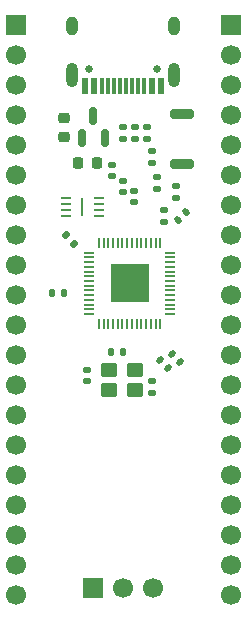
<source format=gbr>
%TF.GenerationSoftware,KiCad,Pcbnew,9.0.6+dfsg-1*%
%TF.CreationDate,2025-11-20T13:37:38+09:00*%
%TF.ProjectId,hiraboard,68697261-626f-4617-9264-2e6b69636164,rev?*%
%TF.SameCoordinates,Original*%
%TF.FileFunction,Soldermask,Top*%
%TF.FilePolarity,Negative*%
%FSLAX46Y46*%
G04 Gerber Fmt 4.6, Leading zero omitted, Abs format (unit mm)*
G04 Created by KiCad (PCBNEW 9.0.6+dfsg-1) date 2025-11-20 13:37:38*
%MOMM*%
%LPD*%
G01*
G04 APERTURE LIST*
G04 Aperture macros list*
%AMRoundRect*
0 Rectangle with rounded corners*
0 $1 Rounding radius*
0 $2 $3 $4 $5 $6 $7 $8 $9 X,Y pos of 4 corners*
0 Add a 4 corners polygon primitive as box body*
4,1,4,$2,$3,$4,$5,$6,$7,$8,$9,$2,$3,0*
0 Add four circle primitives for the rounded corners*
1,1,$1+$1,$2,$3*
1,1,$1+$1,$4,$5*
1,1,$1+$1,$6,$7*
1,1,$1+$1,$8,$9*
0 Add four rect primitives between the rounded corners*
20,1,$1+$1,$2,$3,$4,$5,0*
20,1,$1+$1,$4,$5,$6,$7,0*
20,1,$1+$1,$6,$7,$8,$9,0*
20,1,$1+$1,$8,$9,$2,$3,0*%
G04 Aperture macros list end*
%ADD10C,1.700000*%
%ADD11R,1.700000X1.700000*%
%ADD12R,0.200000X1.600000*%
%ADD13RoundRect,0.062500X-0.387500X-0.062500X0.387500X-0.062500X0.387500X0.062500X-0.387500X0.062500X0*%
%ADD14RoundRect,0.140000X0.140000X0.170000X-0.140000X0.170000X-0.140000X-0.170000X0.140000X-0.170000X0*%
%ADD15RoundRect,0.250000X-0.450000X-0.350000X0.450000X-0.350000X0.450000X0.350000X-0.450000X0.350000X0*%
%ADD16RoundRect,0.140000X-0.219203X-0.021213X-0.021213X-0.219203X0.219203X0.021213X0.021213X0.219203X0*%
%ADD17RoundRect,0.135000X-0.185000X0.135000X-0.185000X-0.135000X0.185000X-0.135000X0.185000X0.135000X0*%
%ADD18RoundRect,0.140000X0.170000X-0.140000X0.170000X0.140000X-0.170000X0.140000X-0.170000X-0.140000X0*%
%ADD19RoundRect,0.150000X0.150000X-0.587500X0.150000X0.587500X-0.150000X0.587500X-0.150000X-0.587500X0*%
%ADD20RoundRect,0.050000X-0.387500X-0.050000X0.387500X-0.050000X0.387500X0.050000X-0.387500X0.050000X0*%
%ADD21RoundRect,0.050000X-0.050000X-0.387500X0.050000X-0.387500X0.050000X0.387500X-0.050000X0.387500X0*%
%ADD22R,3.200000X3.200000*%
%ADD23RoundRect,0.200000X-0.800000X0.200000X-0.800000X-0.200000X0.800000X-0.200000X0.800000X0.200000X0*%
%ADD24RoundRect,0.135000X0.226274X0.035355X0.035355X0.226274X-0.226274X-0.035355X-0.035355X-0.226274X0*%
%ADD25RoundRect,0.140000X0.021213X-0.219203X0.219203X-0.021213X-0.021213X0.219203X-0.219203X0.021213X0*%
%ADD26RoundRect,0.225000X-0.250000X0.225000X-0.250000X-0.225000X0.250000X-0.225000X0.250000X0.225000X0*%
%ADD27C,0.650000*%
%ADD28R,0.600000X1.450000*%
%ADD29R,0.300000X1.450000*%
%ADD30O,1.000000X2.100000*%
%ADD31O,1.000000X1.600000*%
%ADD32RoundRect,0.225000X0.225000X0.250000X-0.225000X0.250000X-0.225000X-0.250000X0.225000X-0.250000X0*%
G04 APERTURE END LIST*
D10*
%TO.C,J2*%
X191439678Y-124591419D03*
X191439678Y-122051419D03*
X191439678Y-119511419D03*
X191439678Y-116971419D03*
X191439678Y-114431419D03*
X191439678Y-111891419D03*
X191439678Y-109351419D03*
X191439678Y-106811419D03*
X191439678Y-104271419D03*
X191439678Y-101731419D03*
X191439678Y-99191419D03*
X191439678Y-96651419D03*
X191439678Y-94111419D03*
X191439678Y-91571419D03*
X191439678Y-89031419D03*
X191439678Y-86491419D03*
X191439678Y-83951419D03*
X191439678Y-81411419D03*
X191439678Y-78871419D03*
D11*
X191439678Y-76331419D03*
%TD*%
D12*
%TO.C,U3*%
X197075000Y-91750000D03*
D13*
X198500000Y-91000000D03*
X198500000Y-91500000D03*
X198500000Y-92000000D03*
X198500000Y-92500000D03*
X195650000Y-92500000D03*
X195650000Y-92000000D03*
X195650000Y-91500000D03*
X195650000Y-91000000D03*
%TD*%
D14*
%TO.C,C14*%
X200480000Y-104000000D03*
X199520000Y-104000000D03*
%TD*%
D15*
%TO.C,Y1*%
X199300000Y-107200000D03*
X201500000Y-107200000D03*
X201500000Y-105500000D03*
X199300000Y-105500000D03*
%TD*%
D16*
%TO.C,C17*%
X204339411Y-105339411D03*
X203660589Y-104660589D03*
%TD*%
%TO.C,C9*%
X205339411Y-104839411D03*
X204660589Y-104160589D03*
%TD*%
D17*
%TO.C,R5*%
X203000000Y-107510000D03*
X203000000Y-106490000D03*
%TD*%
D10*
%TO.C,J3*%
X209627987Y-124604160D03*
X209627987Y-122064160D03*
X209627987Y-119524160D03*
X209627987Y-116984160D03*
X209627987Y-114444160D03*
X209627987Y-111904160D03*
X209627987Y-109364160D03*
X209627987Y-106824160D03*
X209627987Y-104284160D03*
X209627987Y-101744160D03*
X209627987Y-99204160D03*
X209627987Y-96664160D03*
X209627987Y-94124160D03*
X209627987Y-91584160D03*
X209627987Y-89044160D03*
X209627987Y-86504160D03*
X209627987Y-83964160D03*
X209627987Y-81424160D03*
X209627987Y-78884160D03*
D11*
X209627987Y-76344160D03*
%TD*%
D18*
%TO.C,C15*%
X197500000Y-106480000D03*
X197500000Y-105520000D03*
%TD*%
D17*
%TO.C,R7*%
X204990000Y-89990000D03*
X204990000Y-91010000D03*
%TD*%
D19*
%TO.C,U2*%
X197050000Y-85875000D03*
X198950000Y-85875000D03*
X198000000Y-84000000D03*
%TD*%
D18*
%TO.C,C10*%
X199560591Y-89115233D03*
X199560591Y-88155233D03*
%TD*%
%TO.C,C8*%
X200500000Y-90480000D03*
X200500000Y-89520000D03*
%TD*%
D20*
%TO.C,U1*%
X197625000Y-95600000D03*
X197625000Y-96000000D03*
X197625000Y-96400000D03*
X197625000Y-96800000D03*
X197625000Y-97200000D03*
X197625000Y-97600000D03*
X197625000Y-98000000D03*
X197625000Y-98400000D03*
X197625000Y-98800000D03*
X197625000Y-99200000D03*
X197625000Y-99600000D03*
X197625000Y-100000000D03*
X197625000Y-100400000D03*
X197625000Y-100800000D03*
D21*
X198462500Y-101637500D03*
X198862500Y-101637500D03*
X199262500Y-101637500D03*
X199662500Y-101637500D03*
X200062500Y-101637500D03*
X200462500Y-101637500D03*
X200862500Y-101637500D03*
X201262500Y-101637500D03*
X201662500Y-101637500D03*
X202062500Y-101637500D03*
X202462500Y-101637500D03*
X202862500Y-101637500D03*
X203262500Y-101637500D03*
X203662500Y-101637500D03*
D20*
X204500000Y-100800000D03*
X204500000Y-100400000D03*
X204500000Y-100000000D03*
X204500000Y-99600000D03*
X204500000Y-99200000D03*
X204500000Y-98800000D03*
X204500000Y-98400000D03*
X204500000Y-98000000D03*
X204500000Y-97600000D03*
X204500000Y-97200000D03*
X204500000Y-96800000D03*
X204500000Y-96400000D03*
X204500000Y-96000000D03*
X204500000Y-95600000D03*
D21*
X203662500Y-94762500D03*
X203262500Y-94762500D03*
X202862500Y-94762500D03*
X202462500Y-94762500D03*
X202062500Y-94762500D03*
X201662500Y-94762500D03*
X201262500Y-94762500D03*
X200862500Y-94762500D03*
X200462500Y-94762500D03*
X200062500Y-94762500D03*
X199662500Y-94762500D03*
X199262500Y-94762500D03*
X198862500Y-94762500D03*
X198462500Y-94762500D03*
D22*
X201062500Y-98200000D03*
%TD*%
D17*
%TO.C,R4*%
X202500000Y-85000000D03*
X202500000Y-86020000D03*
%TD*%
D23*
%TO.C,SW1*%
X205500000Y-83900000D03*
X205500000Y-88100000D03*
%TD*%
D18*
%TO.C,C7*%
X204000000Y-92980000D03*
X204000000Y-92020000D03*
%TD*%
%TO.C,C6*%
X201410430Y-91336444D03*
X201410430Y-90376444D03*
%TD*%
D24*
%TO.C,R6*%
X196360624Y-94860624D03*
X195639376Y-94139376D03*
%TD*%
D25*
%TO.C,C1*%
X205160589Y-92839411D03*
X205839411Y-92160589D03*
%TD*%
D11*
%TO.C,J4*%
X197960000Y-124000000D03*
D10*
X200500000Y-124000000D03*
X203040000Y-124000000D03*
%TD*%
D17*
%TO.C,R3*%
X201500000Y-84990000D03*
X201500000Y-86010000D03*
%TD*%
D26*
%TO.C,C12*%
X195500000Y-84225000D03*
X195500000Y-85775000D03*
%TD*%
D18*
%TO.C,C11*%
X203344207Y-90189221D03*
X203344207Y-89229221D03*
%TD*%
D14*
%TO.C,C2*%
X195480000Y-99000000D03*
X194520000Y-99000000D03*
%TD*%
D27*
%TO.C,J1*%
X203390000Y-80055000D03*
X197610000Y-80055000D03*
D28*
X203750000Y-81500000D03*
X202950000Y-81500000D03*
D29*
X201750000Y-81500000D03*
X200750000Y-81500000D03*
X200250000Y-81500000D03*
X199250000Y-81500000D03*
D28*
X198050000Y-81500000D03*
X197250000Y-81500000D03*
X197250000Y-81500000D03*
X198050000Y-81500000D03*
D29*
X198750000Y-81500000D03*
X199750000Y-81500000D03*
X201250000Y-81500000D03*
X202250000Y-81500000D03*
D28*
X202950000Y-81500000D03*
X203750000Y-81500000D03*
D30*
X204820000Y-80585000D03*
D31*
X204820000Y-76405000D03*
D30*
X196180000Y-80585000D03*
D31*
X196180000Y-76405000D03*
%TD*%
D32*
%TO.C,C13*%
X198275000Y-88000000D03*
X196725000Y-88000000D03*
%TD*%
D17*
%TO.C,R2*%
X200500000Y-84990000D03*
X200500000Y-86010000D03*
%TD*%
%TO.C,R1*%
X203000000Y-86980000D03*
X203000000Y-88000000D03*
%TD*%
M02*

</source>
